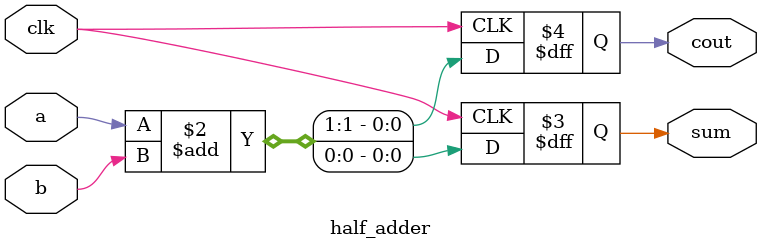
<source format=v>
module half_adder(a, b, clk, sum, cout);
    input a, b, clk;
    output reg sum, cout;
    
    always @ (posedge clk) 
        begin
            {cout, sum} =  a + b;
        end
endmodule

</source>
